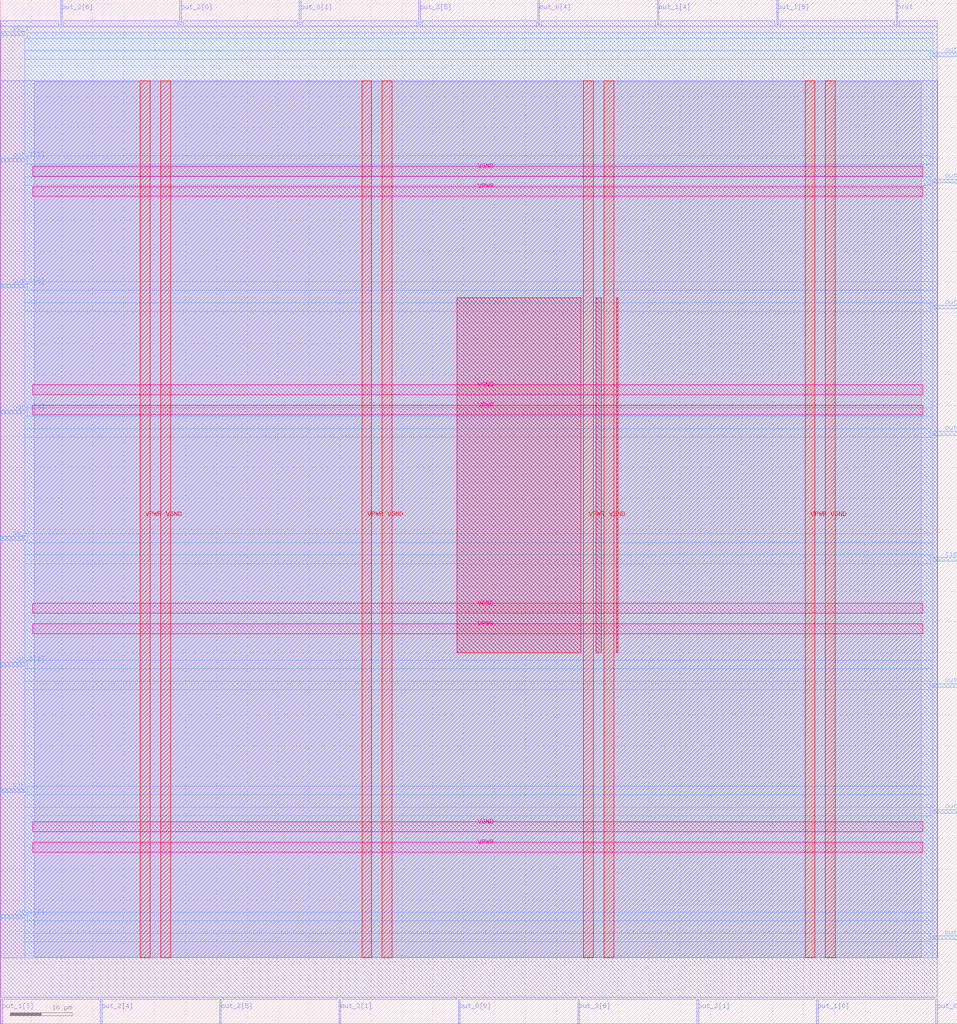
<source format=lef>
VERSION 5.7 ;
  NOWIREEXTENSIONATPIN ON ;
  DIVIDERCHAR "/" ;
  BUSBITCHARS "[]" ;
MACRO stopwatch
  CLASS BLOCK ;
  FOREIGN stopwatch ;
  ORIGIN 0.000 0.000 ;
  SIZE 154.895 BY 165.615 ;
  PIN VGND
    DIRECTION INOUT ;
    USE GROUND ;
    PORT
      LAYER met4 ;
        RECT 25.955 10.640 27.555 152.560 ;
    END
    PORT
      LAYER met4 ;
        RECT 61.830 10.640 63.430 152.560 ;
    END
    PORT
      LAYER met4 ;
        RECT 97.705 10.640 99.305 152.560 ;
    END
    PORT
      LAYER met4 ;
        RECT 133.580 10.640 135.180 152.560 ;
    END
    PORT
      LAYER met5 ;
        RECT 5.280 31.060 149.280 32.660 ;
    END
    PORT
      LAYER met5 ;
        RECT 5.280 66.420 149.280 68.020 ;
    END
    PORT
      LAYER met5 ;
        RECT 5.280 101.780 149.280 103.380 ;
    END
    PORT
      LAYER met5 ;
        RECT 5.280 137.140 149.280 138.740 ;
    END
  END VGND
  PIN VPWR
    DIRECTION INOUT ;
    USE POWER ;
    PORT
      LAYER met4 ;
        RECT 22.655 10.640 24.255 152.560 ;
    END
    PORT
      LAYER met4 ;
        RECT 58.530 10.640 60.130 152.560 ;
    END
    PORT
      LAYER met4 ;
        RECT 94.405 10.640 96.005 152.560 ;
    END
    PORT
      LAYER met4 ;
        RECT 130.280 10.640 131.880 152.560 ;
    END
    PORT
      LAYER met5 ;
        RECT 5.280 27.760 149.280 29.360 ;
    END
    PORT
      LAYER met5 ;
        RECT 5.280 63.120 149.280 64.720 ;
    END
    PORT
      LAYER met5 ;
        RECT 5.280 98.480 149.280 100.080 ;
    END
    PORT
      LAYER met5 ;
        RECT 5.280 133.840 149.280 135.440 ;
    END
  END VPWR
  PIN clk
    DIRECTION INPUT ;
    USE SIGNAL ;
    ANTENNAGATEAREA 0.852000 ;
    PORT
      LAYER met3 ;
        RECT 0.000 37.440 4.000 38.040 ;
    END
  END clk
  PIN nrst
    DIRECTION INPUT ;
    USE SIGNAL ;
    ANTENNAGATEAREA 0.196500 ;
    PORT
      LAYER met2 ;
        RECT 144.990 161.615 145.270 165.615 ;
    END
  END nrst
  PIN out_0[0]
    DIRECTION OUTPUT TRISTATE ;
    USE SIGNAL ;
    ANTENNADIFFAREA 0.795200 ;
    PORT
      LAYER met2 ;
        RECT 74.150 0.000 74.430 4.000 ;
    END
  END out_0[0]
  PIN out_0[1]
    DIRECTION OUTPUT TRISTATE ;
    USE SIGNAL ;
    ANTENNADIFFAREA 0.795200 ;
    PORT
      LAYER met2 ;
        RECT 48.390 161.615 48.670 165.615 ;
    END
  END out_0[1]
  PIN out_0[2]
    DIRECTION OUTPUT TRISTATE ;
    USE SIGNAL ;
    ANTENNADIFFAREA 0.795200 ;
    PORT
      LAYER met3 ;
        RECT 0.000 57.840 4.000 58.440 ;
    END
  END out_0[2]
  PIN out_0[3]
    DIRECTION OUTPUT TRISTATE ;
    USE SIGNAL ;
    ANTENNADIFFAREA 0.795200 ;
    PORT
      LAYER met3 ;
        RECT 150.895 54.440 154.895 55.040 ;
    END
  END out_0[3]
  PIN out_0[4]
    DIRECTION OUTPUT TRISTATE ;
    USE SIGNAL ;
    ANTENNADIFFAREA 0.795200 ;
    PORT
      LAYER met2 ;
        RECT 87.030 161.615 87.310 165.615 ;
    END
  END out_0[4]
  PIN out_0[5]
    DIRECTION OUTPUT TRISTATE ;
    USE SIGNAL ;
    ANTENNADIFFAREA 0.795200 ;
    PORT
      LAYER met2 ;
        RECT 151.430 0.000 151.710 4.000 ;
    END
  END out_0[5]
  PIN out_0[6]
    DIRECTION OUTPUT TRISTATE ;
    USE SIGNAL ;
    ANTENNADIFFAREA 0.795200 ;
    PORT
      LAYER met3 ;
        RECT 150.895 95.240 154.895 95.840 ;
    END
  END out_0[6]
  PIN out_1[0]
    DIRECTION OUTPUT TRISTATE ;
    USE SIGNAL ;
    ANTENNADIFFAREA 0.795200 ;
    PORT
      LAYER met2 ;
        RECT 132.110 0.000 132.390 4.000 ;
    END
  END out_1[0]
  PIN out_1[1]
    DIRECTION OUTPUT TRISTATE ;
    USE SIGNAL ;
    ANTENNADIFFAREA 0.795200 ;
    PORT
      LAYER met3 ;
        RECT 150.895 115.640 154.895 116.240 ;
    END
  END out_1[1]
  PIN out_1[2]
    DIRECTION OUTPUT TRISTATE ;
    USE SIGNAL ;
    ANTENNADIFFAREA 0.795200 ;
    PORT
      LAYER met3 ;
        RECT 0.000 17.040 4.000 17.640 ;
    END
  END out_1[2]
  PIN out_1[3]
    DIRECTION OUTPUT TRISTATE ;
    USE SIGNAL ;
    ANTENNADIFFAREA 0.795200 ;
    PORT
      LAYER met2 ;
        RECT 0.090 0.000 0.370 4.000 ;
    END
  END out_1[3]
  PIN out_1[4]
    DIRECTION OUTPUT TRISTATE ;
    USE SIGNAL ;
    ANTENNADIFFAREA 0.795200 ;
    PORT
      LAYER met2 ;
        RECT 106.350 161.615 106.630 165.615 ;
    END
  END out_1[4]
  PIN out_1[5]
    DIRECTION OUTPUT TRISTATE ;
    USE SIGNAL ;
    ANTENNADIFFAREA 0.795200 ;
    PORT
      LAYER met2 ;
        RECT 125.670 161.615 125.950 165.615 ;
    END
  END out_1[5]
  PIN out_1[6]
    DIRECTION OUTPUT TRISTATE ;
    USE SIGNAL ;
    ANTENNADIFFAREA 0.795200 ;
    PORT
      LAYER met3 ;
        RECT 0.000 119.040 4.000 119.640 ;
    END
  END out_1[6]
  PIN out_2[0]
    DIRECTION OUTPUT TRISTATE ;
    USE SIGNAL ;
    ANTENNADIFFAREA 0.795200 ;
    PORT
      LAYER met2 ;
        RECT 29.070 161.615 29.350 165.615 ;
    END
  END out_2[0]
  PIN out_2[1]
    DIRECTION OUTPUT TRISTATE ;
    USE SIGNAL ;
    ANTENNADIFFAREA 0.795200 ;
    PORT
      LAYER met2 ;
        RECT 112.790 0.000 113.070 4.000 ;
    END
  END out_2[1]
  PIN out_2[2]
    DIRECTION OUTPUT TRISTATE ;
    USE SIGNAL ;
    ANTENNADIFFAREA 0.795200 ;
    PORT
      LAYER met3 ;
        RECT 0.000 139.440 4.000 140.040 ;
    END
  END out_2[2]
  PIN out_2[3]
    DIRECTION OUTPUT TRISTATE ;
    USE SIGNAL ;
    ANTENNADIFFAREA 0.445500 ;
    PORT
      LAYER met3 ;
        RECT 150.895 13.640 154.895 14.240 ;
    END
  END out_2[3]
  PIN out_2[4]
    DIRECTION OUTPUT TRISTATE ;
    USE SIGNAL ;
    ANTENNADIFFAREA 0.795200 ;
    PORT
      LAYER met2 ;
        RECT 16.190 0.000 16.470 4.000 ;
    END
  END out_2[4]
  PIN out_2[5]
    DIRECTION OUTPUT TRISTATE ;
    USE SIGNAL ;
    ANTENNADIFFAREA 0.795200 ;
    PORT
      LAYER met2 ;
        RECT 35.510 0.000 35.790 4.000 ;
    END
  END out_2[5]
  PIN out_2[6]
    DIRECTION OUTPUT TRISTATE ;
    USE SIGNAL ;
    ANTENNADIFFAREA 0.795200 ;
    PORT
      LAYER met2 ;
        RECT 9.750 161.615 10.030 165.615 ;
    END
  END out_2[6]
  PIN out_3[0]
    DIRECTION OUTPUT TRISTATE ;
    USE SIGNAL ;
    ANTENNADIFFAREA 0.795200 ;
    PORT
      LAYER met3 ;
        RECT 150.895 34.040 154.895 34.640 ;
    END
  END out_3[0]
  PIN out_3[1]
    DIRECTION OUTPUT TRISTATE ;
    USE SIGNAL ;
    ANTENNADIFFAREA 0.795200 ;
    PORT
      LAYER met2 ;
        RECT 54.830 0.000 55.110 4.000 ;
    END
  END out_3[1]
  PIN out_3[2]
    DIRECTION OUTPUT TRISTATE ;
    USE SIGNAL ;
    ANTENNADIFFAREA 0.445500 ;
    PORT
      LAYER met3 ;
        RECT 150.895 136.040 154.895 136.640 ;
    END
  END out_3[2]
  PIN out_3[3]
    DIRECTION OUTPUT TRISTATE ;
    USE SIGNAL ;
    ANTENNADIFFAREA 0.795200 ;
    PORT
      LAYER met3 ;
        RECT 150.895 156.440 154.895 157.040 ;
    END
  END out_3[3]
  PIN out_3[4]
    DIRECTION OUTPUT TRISTATE ;
    USE SIGNAL ;
    ANTENNADIFFAREA 0.795200 ;
    PORT
      LAYER met3 ;
        RECT 0.000 98.640 4.000 99.240 ;
    END
  END out_3[4]
  PIN out_3[5]
    DIRECTION OUTPUT TRISTATE ;
    USE SIGNAL ;
    ANTENNADIFFAREA 0.795200 ;
    PORT
      LAYER met2 ;
        RECT 67.710 161.615 67.990 165.615 ;
    END
  END out_3[5]
  PIN out_3[6]
    DIRECTION OUTPUT TRISTATE ;
    USE SIGNAL ;
    ANTENNADIFFAREA 0.795200 ;
    PORT
      LAYER met2 ;
        RECT 93.470 0.000 93.750 4.000 ;
    END
  END out_3[6]
  PIN pb_0
    DIRECTION INPUT ;
    USE SIGNAL ;
    ANTENNAGATEAREA 0.196500 ;
    PORT
      LAYER met3 ;
        RECT 0.000 78.240 4.000 78.840 ;
    END
  END pb_0
  PIN pb_1
    DIRECTION INPUT ;
    USE SIGNAL ;
    ANTENNAGATEAREA 0.196500 ;
    PORT
      LAYER met3 ;
        RECT 0.000 159.840 4.000 160.440 ;
    END
  END pb_1
  PIN time_done
    DIRECTION OUTPUT TRISTATE ;
    USE SIGNAL ;
    ANTENNADIFFAREA 0.445500 ;
    PORT
      LAYER met3 ;
        RECT 150.895 74.840 154.895 75.440 ;
    END
  END time_done
  OBS
      LAYER li1 ;
        RECT 5.520 10.795 149.040 152.405 ;
      LAYER met1 ;
        RECT 0.070 10.640 151.730 152.560 ;
      LAYER met2 ;
        RECT 0.100 161.335 9.470 162.250 ;
        RECT 10.310 161.335 28.790 162.250 ;
        RECT 29.630 161.335 48.110 162.250 ;
        RECT 48.950 161.335 67.430 162.250 ;
        RECT 68.270 161.335 86.750 162.250 ;
        RECT 87.590 161.335 106.070 162.250 ;
        RECT 106.910 161.335 125.390 162.250 ;
        RECT 126.230 161.335 144.710 162.250 ;
        RECT 145.550 161.335 151.700 162.250 ;
        RECT 0.100 4.280 151.700 161.335 ;
        RECT 0.650 4.000 15.910 4.280 ;
        RECT 16.750 4.000 35.230 4.280 ;
        RECT 36.070 4.000 54.550 4.280 ;
        RECT 55.390 4.000 73.870 4.280 ;
        RECT 74.710 4.000 93.190 4.280 ;
        RECT 94.030 4.000 112.510 4.280 ;
        RECT 113.350 4.000 131.830 4.280 ;
        RECT 132.670 4.000 151.150 4.280 ;
      LAYER met3 ;
        RECT 4.400 159.440 150.895 160.290 ;
        RECT 3.990 157.440 150.895 159.440 ;
        RECT 3.990 156.040 150.495 157.440 ;
        RECT 3.990 140.440 150.895 156.040 ;
        RECT 4.400 139.040 150.895 140.440 ;
        RECT 3.990 137.040 150.895 139.040 ;
        RECT 3.990 135.640 150.495 137.040 ;
        RECT 3.990 120.040 150.895 135.640 ;
        RECT 4.400 118.640 150.895 120.040 ;
        RECT 3.990 116.640 150.895 118.640 ;
        RECT 3.990 115.240 150.495 116.640 ;
        RECT 3.990 99.640 150.895 115.240 ;
        RECT 4.400 98.240 150.895 99.640 ;
        RECT 3.990 96.240 150.895 98.240 ;
        RECT 3.990 94.840 150.495 96.240 ;
        RECT 3.990 79.240 150.895 94.840 ;
        RECT 4.400 77.840 150.895 79.240 ;
        RECT 3.990 75.840 150.895 77.840 ;
        RECT 3.990 74.440 150.495 75.840 ;
        RECT 3.990 58.840 150.895 74.440 ;
        RECT 4.400 57.440 150.895 58.840 ;
        RECT 3.990 55.440 150.895 57.440 ;
        RECT 3.990 54.040 150.495 55.440 ;
        RECT 3.990 38.440 150.895 54.040 ;
        RECT 4.400 37.040 150.895 38.440 ;
        RECT 3.990 35.040 150.895 37.040 ;
        RECT 3.990 33.640 150.495 35.040 ;
        RECT 3.990 18.040 150.895 33.640 ;
        RECT 4.400 16.640 150.895 18.040 ;
        RECT 3.990 14.640 150.895 16.640 ;
        RECT 3.990 13.240 150.495 14.640 ;
        RECT 3.990 10.715 150.895 13.240 ;
      LAYER met4 ;
        RECT 73.895 60.015 94.005 117.465 ;
        RECT 96.405 60.015 97.305 117.465 ;
        RECT 99.705 60.015 99.985 117.465 ;
  END
END stopwatch
END LIBRARY


</source>
